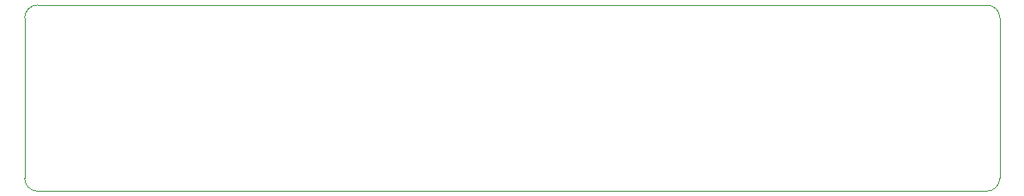
<source format=gko>
G04 #@! TF.GenerationSoftware,KiCad,Pcbnew,5.1.4-e60b266~84~ubuntu18.04.1*
G04 #@! TF.CreationDate,2019-10-14T20:54:48+01:00*
G04 #@! TF.ProjectId,vcsk,7663736b-2e6b-4696-9361-645f70636258,rev?*
G04 #@! TF.SameCoordinates,Original*
G04 #@! TF.FileFunction,Profile,NP*
%FSLAX46Y46*%
G04 Gerber Fmt 4.6, Leading zero omitted, Abs format (unit mm)*
G04 Created by KiCad (PCBNEW 5.1.4-e60b266~84~ubuntu18.04.1) date 2019-10-14 20:54:48*
%MOMM*%
%LPD*%
G04 APERTURE LIST*
%ADD10C,0.050000*%
G04 APERTURE END LIST*
D10*
X195326100Y-95801100D02*
X101676100Y-95801100D01*
X100406100Y-97071100D02*
G75*
G02X101676100Y-95801100I1270000J0D01*
G01*
X100406100Y-97071100D02*
X100406100Y-112936100D01*
X101676100Y-114206100D02*
G75*
G02X100406100Y-112936100I0J1270000D01*
G01*
X101676100Y-114206100D02*
X195326100Y-114206100D01*
X196596100Y-112936100D02*
G75*
G02X195326100Y-114206100I-1270000J0D01*
G01*
X196596100Y-112936100D02*
X196596100Y-97071100D01*
X195326100Y-95801100D02*
G75*
G02X196596100Y-97071100I0J-1270000D01*
G01*
M02*

</source>
